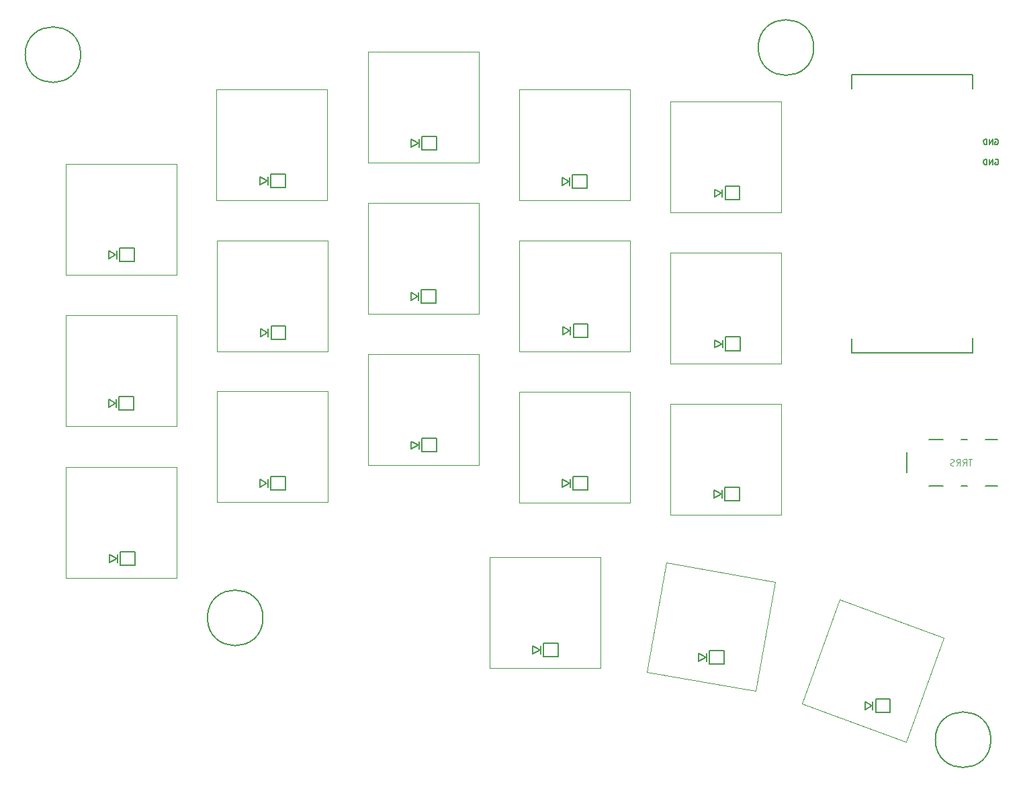
<source format=gbr>
%TF.GenerationSoftware,KiCad,Pcbnew,(6.0.8)*%
%TF.CreationDate,2023-01-31T20:26:13+04:00*%
%TF.ProjectId,keyboard-double_side,6b657962-6f61-4726-942d-646f75626c65,rev?*%
%TF.SameCoordinates,Original*%
%TF.FileFunction,Legend,Bot*%
%TF.FilePolarity,Positive*%
%FSLAX46Y46*%
G04 Gerber Fmt 4.6, Leading zero omitted, Abs format (unit mm)*
G04 Created by KiCad (PCBNEW (6.0.8)) date 2023-01-31 20:26:13*
%MOMM*%
%LPD*%
G01*
G04 APERTURE LIST*
%ADD10C,0.200000*%
%ADD11C,0.150000*%
%ADD12C,0.100000*%
%ADD13C,0.120000*%
G04 APERTURE END LIST*
D10*
X171350000Y-68775000D02*
G75*
G03*
X171350000Y-68775000I-3500000J0D01*
G01*
D11*
X176100000Y-72200000D02*
X176100000Y-74000000D01*
D10*
X193675000Y-155975000D02*
G75*
G03*
X193675000Y-155975000I-3500000J0D01*
G01*
D11*
X191400000Y-107250000D02*
X191400000Y-105375000D01*
X191375000Y-72200000D02*
X176100000Y-72200000D01*
D10*
X101925000Y-140625000D02*
G75*
G03*
X101925000Y-140625000I-3500000J0D01*
G01*
X78950000Y-69675000D02*
G75*
G03*
X78950000Y-69675000I-3500000J0D01*
G01*
D11*
X176125000Y-107250000D02*
X191400000Y-107250000D01*
X191375000Y-74000000D02*
X191375000Y-72200000D01*
X176125000Y-105450000D02*
X176125000Y-107250000D01*
X194233333Y-82875000D02*
X194300000Y-82841666D01*
X194400000Y-82841666D01*
X194500000Y-82875000D01*
X194566666Y-82941666D01*
X194600000Y-83008333D01*
X194633333Y-83141666D01*
X194633333Y-83241666D01*
X194600000Y-83375000D01*
X194566666Y-83441666D01*
X194500000Y-83508333D01*
X194400000Y-83541666D01*
X194333333Y-83541666D01*
X194233333Y-83508333D01*
X194200000Y-83475000D01*
X194200000Y-83241666D01*
X194333333Y-83241666D01*
X193900000Y-83541666D02*
X193900000Y-82841666D01*
X193500000Y-83541666D01*
X193500000Y-82841666D01*
X193166666Y-83541666D02*
X193166666Y-82841666D01*
X193000000Y-82841666D01*
X192900000Y-82875000D01*
X192833333Y-82941666D01*
X192800000Y-83008333D01*
X192766666Y-83141666D01*
X192766666Y-83241666D01*
X192800000Y-83375000D01*
X192833333Y-83441666D01*
X192900000Y-83508333D01*
X193000000Y-83541666D01*
X193166666Y-83541666D01*
X194208333Y-80325000D02*
X194275000Y-80291666D01*
X194375000Y-80291666D01*
X194475000Y-80325000D01*
X194541666Y-80391666D01*
X194575000Y-80458333D01*
X194608333Y-80591666D01*
X194608333Y-80691666D01*
X194575000Y-80825000D01*
X194541666Y-80891666D01*
X194475000Y-80958333D01*
X194375000Y-80991666D01*
X194308333Y-80991666D01*
X194208333Y-80958333D01*
X194175000Y-80925000D01*
X194175000Y-80691666D01*
X194308333Y-80691666D01*
X193875000Y-80991666D02*
X193875000Y-80291666D01*
X193475000Y-80991666D01*
X193475000Y-80291666D01*
X193141666Y-80991666D02*
X193141666Y-80291666D01*
X192975000Y-80291666D01*
X192875000Y-80325000D01*
X192808333Y-80391666D01*
X192775000Y-80458333D01*
X192741666Y-80591666D01*
X192741666Y-80691666D01*
X192775000Y-80825000D01*
X192808333Y-80891666D01*
X192875000Y-80958333D01*
X192975000Y-80991666D01*
X193141666Y-80991666D01*
D12*
%TO.C,J1*%
X191304523Y-120636904D02*
X190847380Y-120636904D01*
X191075952Y-121436904D02*
X191075952Y-120636904D01*
X190123571Y-121436904D02*
X190390238Y-121055952D01*
X190580714Y-121436904D02*
X190580714Y-120636904D01*
X190275952Y-120636904D01*
X190199761Y-120675000D01*
X190161666Y-120713095D01*
X190123571Y-120789285D01*
X190123571Y-120903571D01*
X190161666Y-120979761D01*
X190199761Y-121017857D01*
X190275952Y-121055952D01*
X190580714Y-121055952D01*
X189323571Y-121436904D02*
X189590238Y-121055952D01*
X189780714Y-121436904D02*
X189780714Y-120636904D01*
X189475952Y-120636904D01*
X189399761Y-120675000D01*
X189361666Y-120713095D01*
X189323571Y-120789285D01*
X189323571Y-120903571D01*
X189361666Y-120979761D01*
X189399761Y-121017857D01*
X189475952Y-121055952D01*
X189780714Y-121055952D01*
X189018809Y-121398809D02*
X188904523Y-121436904D01*
X188714047Y-121436904D01*
X188637857Y-121398809D01*
X188599761Y-121360714D01*
X188561666Y-121284523D01*
X188561666Y-121208333D01*
X188599761Y-121132142D01*
X188637857Y-121094047D01*
X188714047Y-121055952D01*
X188866428Y-121017857D01*
X188942619Y-120979761D01*
X188980714Y-120941666D01*
X189018809Y-120865476D01*
X189018809Y-120789285D01*
X188980714Y-120713095D01*
X188942619Y-120675000D01*
X188866428Y-120636904D01*
X188675952Y-120636904D01*
X188561666Y-120675000D01*
D13*
%TO.C,SW6*%
X96090000Y-126060000D02*
X110060000Y-126060000D01*
X110060000Y-112090000D02*
X96090000Y-112090000D01*
X96090000Y-112090000D02*
X96090000Y-126060000D01*
X110060000Y-126060000D02*
X110060000Y-112090000D01*
%TO.C,SW13*%
X148210000Y-112115000D02*
X134240000Y-112115000D01*
X134240000Y-112115000D02*
X134240000Y-126085000D01*
X134240000Y-126085000D02*
X148210000Y-126085000D01*
X148210000Y-126085000D02*
X148210000Y-112115000D01*
D10*
%TO.C,D1*%
X83476934Y-94400109D02*
X83476934Y-95400109D01*
X83826934Y-95750000D02*
X85676934Y-95750000D01*
X82476934Y-94400109D02*
X82476934Y-95400109D01*
X85676934Y-95750000D02*
X85676934Y-94050000D01*
X83376934Y-94900109D02*
X82476934Y-94400109D01*
X82476934Y-95400109D02*
X83376934Y-94900109D01*
X83826934Y-95750000D02*
X83826934Y-94050000D01*
X85676934Y-94050000D02*
X83826934Y-94050000D01*
D13*
%TO.C,SW9*%
X115167235Y-107436441D02*
X115167235Y-121406441D01*
X129137235Y-107436441D02*
X115167235Y-107436441D01*
X129137235Y-121406441D02*
X129137235Y-107436441D01*
X115167235Y-121406441D02*
X129137235Y-121406441D01*
%TO.C,SW11*%
X134190000Y-87985000D02*
X148160000Y-87985000D01*
X148160000Y-74015000D02*
X134190000Y-74015000D01*
X148160000Y-87985000D02*
X148160000Y-74015000D01*
X134190000Y-74015000D02*
X134190000Y-87985000D01*
D10*
%TO.C,D11*%
X140501934Y-85675109D02*
X139601934Y-85175109D01*
X142801934Y-86525000D02*
X142801934Y-84825000D01*
X140951934Y-86525000D02*
X142801934Y-86525000D01*
X140601934Y-85175109D02*
X140601934Y-86175109D01*
X140951934Y-86525000D02*
X140951934Y-84825000D01*
X142801934Y-84825000D02*
X140951934Y-84825000D01*
X139601934Y-85175109D02*
X139601934Y-86175109D01*
X139601934Y-86175109D02*
X140501934Y-85675109D01*
D13*
%TO.C,SW4*%
X110050000Y-87980000D02*
X110050000Y-74010000D01*
X96080000Y-74010000D02*
X96080000Y-87980000D01*
X110050000Y-74010000D02*
X96080000Y-74010000D01*
X96080000Y-87980000D02*
X110050000Y-87980000D01*
%TO.C,SW8*%
X115165000Y-102360000D02*
X129135000Y-102360000D01*
X115165000Y-88390000D02*
X115165000Y-102360000D01*
X129135000Y-102360000D02*
X129135000Y-88390000D01*
X129135000Y-88390000D02*
X115165000Y-88390000D01*
%TO.C,SW14*%
X150304224Y-147436229D02*
X164061988Y-149862094D01*
X164061988Y-149862094D02*
X166487853Y-136104329D01*
X152730089Y-133678464D02*
X150304224Y-147436229D01*
X166487853Y-136104329D02*
X152730089Y-133678464D01*
%TO.C,SW10*%
X144460000Y-146910000D02*
X144460000Y-132940000D01*
X130490000Y-146910000D02*
X144460000Y-146910000D01*
X144460000Y-132940000D02*
X130490000Y-132940000D01*
X130490000Y-132940000D02*
X130490000Y-146910000D01*
D10*
%TO.C,D10*%
X135951934Y-144150109D02*
X135951934Y-145150109D01*
X137301934Y-145500000D02*
X137301934Y-143800000D01*
X135951934Y-145150109D02*
X136851934Y-144650109D01*
X137301934Y-145500000D02*
X139151934Y-145500000D01*
X136851934Y-144650109D02*
X135951934Y-144150109D01*
X136951934Y-144150109D02*
X136951934Y-145150109D01*
X139151934Y-143800000D02*
X137301934Y-143800000D01*
X139151934Y-145500000D02*
X139151934Y-143800000D01*
%TO.C,D2*%
X83351934Y-113575109D02*
X82451934Y-113075109D01*
X83801934Y-114425000D02*
X85651934Y-114425000D01*
X82451934Y-114075109D02*
X83351934Y-113575109D01*
X85651934Y-114425000D02*
X85651934Y-112725000D01*
X83451934Y-113075109D02*
X83451934Y-114075109D01*
X83801934Y-114425000D02*
X83801934Y-112725000D01*
X85651934Y-112725000D02*
X83801934Y-112725000D01*
X82451934Y-113075109D02*
X82451934Y-114075109D01*
D13*
%TO.C,SW2*%
X91010000Y-102540000D02*
X77040000Y-102540000D01*
X77040000Y-116510000D02*
X91010000Y-116510000D01*
X77040000Y-102540000D02*
X77040000Y-116510000D01*
X91010000Y-116510000D02*
X91010000Y-102540000D01*
D10*
%TO.C,D4*%
X101576934Y-86100109D02*
X102476934Y-85600109D01*
X102926934Y-86450000D02*
X102926934Y-84750000D01*
X102476934Y-85600109D02*
X101576934Y-85100109D01*
X101576934Y-85100109D02*
X101576934Y-86100109D01*
X102576934Y-85100109D02*
X102576934Y-86100109D01*
X104776934Y-84750000D02*
X102926934Y-84750000D01*
X104776934Y-86450000D02*
X104776934Y-84750000D01*
X102926934Y-86450000D02*
X104776934Y-86450000D01*
D13*
%TO.C,SW1*%
X77040000Y-97460000D02*
X91010000Y-97460000D01*
X77040000Y-83490000D02*
X77040000Y-97460000D01*
X91010000Y-83490000D02*
X77040000Y-83490000D01*
X91010000Y-97460000D02*
X91010000Y-83490000D01*
D10*
%TO.C,D3*%
X83926934Y-134000000D02*
X85776934Y-134000000D01*
X83476934Y-133150109D02*
X82576934Y-132650109D01*
X83576934Y-132650109D02*
X83576934Y-133650109D01*
X83926934Y-134000000D02*
X83926934Y-132300000D01*
X85776934Y-132300000D02*
X83926934Y-132300000D01*
X82576934Y-132650109D02*
X82576934Y-133650109D01*
X85776934Y-134000000D02*
X85776934Y-132300000D01*
X82576934Y-133650109D02*
X83476934Y-133150109D01*
%TO.C,D15*%
X160176934Y-87975000D02*
X160176934Y-86275000D01*
X158826934Y-87625109D02*
X159726934Y-87125109D01*
X160176934Y-87975000D02*
X162026934Y-87975000D01*
X162026934Y-86275000D02*
X160176934Y-86275000D01*
X162026934Y-87975000D02*
X162026934Y-86275000D01*
X159826934Y-86625109D02*
X159826934Y-87625109D01*
X159726934Y-87125109D02*
X158826934Y-86625109D01*
X158826934Y-86625109D02*
X158826934Y-87625109D01*
D11*
%TO.C,J1*%
X183075000Y-119800000D02*
X183075000Y-122345000D01*
X187609000Y-118175000D02*
X185831000Y-118175000D01*
X192943000Y-123975000D02*
X194475000Y-123975000D01*
X190657000Y-123975000D02*
X189895000Y-123975000D01*
X190657000Y-118175000D02*
X189895000Y-118175000D01*
X192943000Y-118175000D02*
X194525000Y-118175000D01*
X187609000Y-123975000D02*
X185831000Y-123975000D01*
D10*
%TO.C,D8*%
X121901934Y-101000000D02*
X121901934Y-99300000D01*
X121901934Y-101000000D02*
X123751934Y-101000000D01*
X120551934Y-99650109D02*
X120551934Y-100650109D01*
X121551934Y-99650109D02*
X121551934Y-100650109D01*
X120551934Y-100650109D02*
X121451934Y-100150109D01*
X123751934Y-101000000D02*
X123751934Y-99300000D01*
X121451934Y-100150109D02*
X120551934Y-99650109D01*
X123751934Y-99300000D02*
X121901934Y-99300000D01*
D13*
%TO.C,SW18*%
X169847237Y-151449742D02*
X182974742Y-156227763D01*
X187752764Y-143100258D02*
X174625258Y-138322236D01*
X174625258Y-138322236D02*
X169847237Y-151449742D01*
X182974742Y-156227763D02*
X187752764Y-143100258D01*
D10*
%TO.C,D6*%
X102426934Y-123700109D02*
X101526934Y-123200109D01*
X102876934Y-124550000D02*
X104726934Y-124550000D01*
X101526934Y-123200109D02*
X101526934Y-124200109D01*
X101526934Y-124200109D02*
X102426934Y-123700109D01*
X104726934Y-122850000D02*
X102876934Y-122850000D01*
X102526934Y-123200109D02*
X102526934Y-124200109D01*
X104726934Y-124550000D02*
X104726934Y-122850000D01*
X102876934Y-124550000D02*
X102876934Y-122850000D01*
D13*
%TO.C,SW15*%
X167260000Y-75535000D02*
X153290000Y-75535000D01*
X153290000Y-75535000D02*
X153290000Y-89505000D01*
X167260000Y-89505000D02*
X167260000Y-75535000D01*
X153290000Y-89505000D02*
X167260000Y-89505000D01*
%TO.C,SW17*%
X153290000Y-127635000D02*
X167260000Y-127635000D01*
X167260000Y-127635000D02*
X167260000Y-113665000D01*
X153290000Y-113665000D02*
X153290000Y-127635000D01*
X167260000Y-113665000D02*
X153290000Y-113665000D01*
D10*
%TO.C,D7*%
X120601934Y-80300109D02*
X120601934Y-81300109D01*
X121951934Y-81650000D02*
X121951934Y-79950000D01*
X121501934Y-80800109D02*
X120601934Y-80300109D01*
X123801934Y-79950000D02*
X121951934Y-79950000D01*
X123801934Y-81650000D02*
X123801934Y-79950000D01*
X121601934Y-80300109D02*
X121601934Y-81300109D01*
X121951934Y-81650000D02*
X123801934Y-81650000D01*
X120601934Y-81300109D02*
X121501934Y-80800109D01*
%TO.C,D16*%
X160226934Y-106950000D02*
X162076934Y-106950000D01*
X159776934Y-106100109D02*
X158876934Y-105600109D01*
X158876934Y-106600109D02*
X159776934Y-106100109D01*
X162076934Y-105250000D02*
X160226934Y-105250000D01*
X160226934Y-106950000D02*
X160226934Y-105250000D01*
X158876934Y-105600109D02*
X158876934Y-106600109D01*
X159876934Y-105600109D02*
X159876934Y-106600109D01*
X162076934Y-106950000D02*
X162076934Y-105250000D01*
%TO.C,D5*%
X102951934Y-105575000D02*
X102951934Y-103875000D01*
X102601934Y-104225109D02*
X102601934Y-105225109D01*
X101601934Y-104225109D02*
X101601934Y-105225109D01*
X102951934Y-105575000D02*
X104801934Y-105575000D01*
X102501934Y-104725109D02*
X101601934Y-104225109D01*
X101601934Y-105225109D02*
X102501934Y-104725109D01*
X104801934Y-103875000D02*
X102951934Y-103875000D01*
X104801934Y-105575000D02*
X104801934Y-103875000D01*
D13*
%TO.C,SW3*%
X91010000Y-135585000D02*
X91010000Y-121615000D01*
X77040000Y-135585000D02*
X91010000Y-135585000D01*
X91010000Y-121615000D02*
X77040000Y-121615000D01*
X77040000Y-121615000D02*
X77040000Y-135585000D01*
%TO.C,SW5*%
X96090000Y-107035000D02*
X110060000Y-107035000D01*
X96090000Y-93065000D02*
X96090000Y-107035000D01*
X110060000Y-93065000D02*
X96090000Y-93065000D01*
X110060000Y-107035000D02*
X110060000Y-93065000D01*
%TO.C,SW12*%
X134215000Y-93065000D02*
X134215000Y-107035000D01*
X148185000Y-107035000D02*
X148185000Y-93065000D01*
X148185000Y-93065000D02*
X134215000Y-93065000D01*
X134215000Y-107035000D02*
X148185000Y-107035000D01*
%TO.C,SW7*%
X129110000Y-83310000D02*
X129110000Y-69340000D01*
X115140000Y-69340000D02*
X115140000Y-83310000D01*
X115140000Y-83310000D02*
X129110000Y-83310000D01*
X129110000Y-69340000D02*
X115140000Y-69340000D01*
%TO.C,SW16*%
X167260000Y-94615000D02*
X153290000Y-94615000D01*
X153290000Y-94615000D02*
X153290000Y-108585000D01*
X153290000Y-108585000D02*
X167260000Y-108585000D01*
X167260000Y-108585000D02*
X167260000Y-94615000D01*
D10*
%TO.C,D13*%
X142851934Y-122825000D02*
X141001934Y-122825000D01*
X141001934Y-124525000D02*
X142851934Y-124525000D01*
X140651934Y-123175109D02*
X140651934Y-124175109D01*
X140551934Y-123675109D02*
X139651934Y-123175109D01*
X141001934Y-124525000D02*
X141001934Y-122825000D01*
X139651934Y-124175109D02*
X140551934Y-123675109D01*
X142851934Y-124525000D02*
X142851934Y-122825000D01*
X139651934Y-123175109D02*
X139651934Y-124175109D01*
%TO.C,D14*%
X156826934Y-145100109D02*
X156826934Y-146100109D01*
X156826934Y-146100109D02*
X157726934Y-145600109D01*
X157826934Y-145100109D02*
X157826934Y-146100109D01*
X160026934Y-146450000D02*
X160026934Y-144750000D01*
X160026934Y-144750000D02*
X158176934Y-144750000D01*
X158176934Y-146450000D02*
X158176934Y-144750000D01*
X157726934Y-145600109D02*
X156826934Y-145100109D01*
X158176934Y-146450000D02*
X160026934Y-146450000D01*
%TO.C,D9*%
X121526934Y-118875109D02*
X120626934Y-118375109D01*
X121626934Y-118375109D02*
X121626934Y-119375109D01*
X120626934Y-119375109D02*
X121526934Y-118875109D01*
X123826934Y-118025000D02*
X121976934Y-118025000D01*
X121976934Y-119725000D02*
X121976934Y-118025000D01*
X120626934Y-118375109D02*
X120626934Y-119375109D01*
X123826934Y-119725000D02*
X123826934Y-118025000D01*
X121976934Y-119725000D02*
X123826934Y-119725000D01*
%TO.C,D17*%
X160126934Y-125900000D02*
X160126934Y-124200000D01*
X158776934Y-125550109D02*
X159676934Y-125050109D01*
X159776934Y-124550109D02*
X159776934Y-125550109D01*
X160126934Y-125900000D02*
X161976934Y-125900000D01*
X161976934Y-124200000D02*
X160126934Y-124200000D01*
X158776934Y-124550109D02*
X158776934Y-125550109D01*
X161976934Y-125900000D02*
X161976934Y-124200000D01*
X159676934Y-125050109D02*
X158776934Y-124550109D01*
%TO.C,D18*%
X178801934Y-151200109D02*
X178801934Y-152200109D01*
X177801934Y-152200109D02*
X178701934Y-151700109D01*
X179151934Y-152550000D02*
X179151934Y-150850000D01*
X181001934Y-150850000D02*
X179151934Y-150850000D01*
X178701934Y-151700109D02*
X177801934Y-151200109D01*
X179151934Y-152550000D02*
X181001934Y-152550000D01*
X177801934Y-151200109D02*
X177801934Y-152200109D01*
X181001934Y-152550000D02*
X181001934Y-150850000D01*
%TO.C,D12*%
X140701934Y-103925109D02*
X140701934Y-104925109D01*
X142901934Y-105275000D02*
X142901934Y-103575000D01*
X141051934Y-105275000D02*
X141051934Y-103575000D01*
X142901934Y-103575000D02*
X141051934Y-103575000D01*
X141051934Y-105275000D02*
X142901934Y-105275000D01*
X139701934Y-103925109D02*
X139701934Y-104925109D01*
X140601934Y-104425109D02*
X139701934Y-103925109D01*
X139701934Y-104925109D02*
X140601934Y-104425109D01*
%TD*%
M02*

</source>
